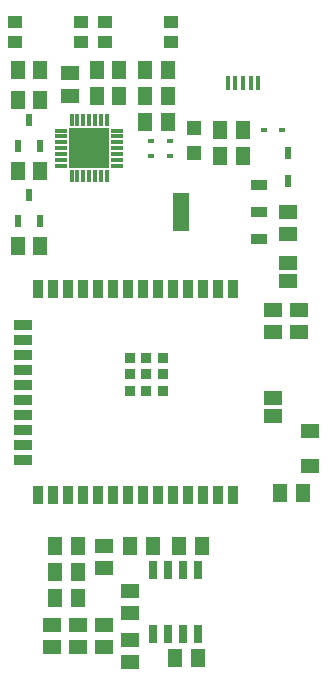
<source format=gtp>
G75*
%MOIN*%
%OFA0B0*%
%FSLAX25Y25*%
%IPPOS*%
%LPD*%
%AMOC8*
5,1,8,0,0,1.08239X$1,22.5*
%
%ADD10R,0.05906X0.05118*%
%ADD11R,0.05118X0.05906*%
%ADD12R,0.03937X0.01181*%
%ADD13R,0.01181X0.03937*%
%ADD14R,0.13189X0.13189*%
%ADD15R,0.02244X0.01654*%
%ADD16R,0.04724X0.04724*%
%ADD17R,0.05709X0.03740*%
%ADD18R,0.05709X0.12795*%
%ADD19R,0.04724X0.03937*%
%ADD20R,0.02362X0.04331*%
%ADD21R,0.01969X0.04232*%
%ADD22R,0.06300X0.04600*%
%ADD23R,0.01772X0.05118*%
%ADD24R,0.03543X0.05906*%
%ADD25R,0.05906X0.03543*%
%ADD26R,0.03543X0.03543*%
%ADD27R,0.02559X0.06016*%
%ADD28R,0.06299X0.04724*%
D10*
X0026250Y0012510D03*
X0026250Y0019990D03*
X0035000Y0019990D03*
X0035000Y0012510D03*
X0043750Y0012510D03*
X0043750Y0019990D03*
X0052500Y0023760D03*
X0052500Y0031240D03*
X0043750Y0038760D03*
X0043750Y0046240D03*
X0052500Y0014990D03*
X0052500Y0007510D03*
X0100000Y0117510D03*
X0100000Y0124990D03*
X0108750Y0124990D03*
X0108750Y0117510D03*
X0105000Y0150010D03*
X0105000Y0157490D03*
X0032500Y0196260D03*
X0032500Y0203740D03*
D11*
X0041260Y0205000D03*
X0041260Y0196250D03*
X0048740Y0196250D03*
X0048740Y0205000D03*
X0057510Y0205000D03*
X0064990Y0205000D03*
X0064990Y0196250D03*
X0057510Y0196250D03*
X0057510Y0187500D03*
X0064990Y0187500D03*
X0082510Y0185000D03*
X0089990Y0185000D03*
X0089990Y0176250D03*
X0082510Y0176250D03*
X0022490Y0171250D03*
X0015010Y0171250D03*
X0015010Y0195000D03*
X0015010Y0205000D03*
X0022490Y0205000D03*
X0022490Y0195000D03*
X0022490Y0146250D03*
X0015010Y0146250D03*
X0027510Y0046250D03*
X0027510Y0037500D03*
X0034990Y0037500D03*
X0034990Y0046250D03*
X0034990Y0028750D03*
X0027510Y0028750D03*
X0052510Y0046250D03*
X0059990Y0046250D03*
X0068760Y0046250D03*
X0076240Y0046250D03*
X0102510Y0063750D03*
X0109990Y0063750D03*
X0074990Y0008750D03*
X0067510Y0008750D03*
D12*
X0048002Y0172844D03*
X0048002Y0174813D03*
X0048002Y0176781D03*
X0048002Y0178750D03*
X0048002Y0180719D03*
X0048002Y0182687D03*
X0048002Y0184656D03*
X0029498Y0184656D03*
X0029498Y0182687D03*
X0029498Y0180719D03*
X0029498Y0178750D03*
X0029498Y0176781D03*
X0029498Y0174813D03*
X0029498Y0172844D03*
D13*
X0032844Y0169498D03*
X0034813Y0169498D03*
X0036781Y0169498D03*
X0038750Y0169498D03*
X0040719Y0169498D03*
X0042687Y0169498D03*
X0044656Y0169498D03*
X0044656Y0188002D03*
X0042687Y0188002D03*
X0040719Y0188002D03*
X0038750Y0188002D03*
X0036781Y0188002D03*
X0034813Y0188002D03*
X0032844Y0188002D03*
D14*
X0038750Y0178750D03*
D15*
X0059449Y0176250D03*
X0059449Y0181250D03*
X0065551Y0181250D03*
X0065551Y0176250D03*
X0096949Y0185000D03*
X0103051Y0185000D03*
D16*
X0073750Y0185384D03*
X0073750Y0177116D03*
D17*
X0095492Y0166516D03*
X0095492Y0157500D03*
X0095492Y0148484D03*
D18*
X0069508Y0157500D03*
D19*
X0066024Y0214154D03*
X0066024Y0220846D03*
X0043976Y0220846D03*
X0043976Y0214154D03*
X0036024Y0214154D03*
X0036024Y0220846D03*
X0013976Y0220846D03*
X0013976Y0214154D03*
D20*
X0018750Y0188081D03*
X0015010Y0179419D03*
X0022490Y0179419D03*
X0018750Y0163081D03*
X0015010Y0154419D03*
X0022490Y0154419D03*
D21*
X0105000Y0167925D03*
X0105000Y0177075D03*
D22*
X0105000Y0140500D03*
X0105000Y0134500D03*
X0100000Y0095500D03*
X0100000Y0089500D03*
D23*
X0095118Y0200583D03*
X0092559Y0200583D03*
X0090000Y0200583D03*
X0087441Y0200583D03*
X0084882Y0200583D03*
D24*
X0086594Y0131949D03*
X0081594Y0131949D03*
X0076594Y0131949D03*
X0071594Y0131949D03*
X0066594Y0131949D03*
X0061594Y0131949D03*
X0056594Y0131949D03*
X0051594Y0131949D03*
X0046594Y0131949D03*
X0041594Y0131949D03*
X0036594Y0131949D03*
X0031594Y0131949D03*
X0026594Y0131949D03*
X0021594Y0131949D03*
X0021594Y0063051D03*
X0026594Y0063051D03*
X0031594Y0063051D03*
X0036594Y0063051D03*
X0041594Y0063051D03*
X0046594Y0063051D03*
X0051594Y0063051D03*
X0056594Y0063051D03*
X0061594Y0063051D03*
X0066594Y0063051D03*
X0071594Y0063051D03*
X0076594Y0063051D03*
X0081594Y0063051D03*
X0086594Y0063051D03*
D25*
X0016673Y0075000D03*
X0016673Y0080000D03*
X0016673Y0085000D03*
X0016673Y0090000D03*
X0016673Y0095000D03*
X0016673Y0100000D03*
X0016673Y0105000D03*
X0016673Y0110000D03*
X0016673Y0115000D03*
X0016673Y0120000D03*
D26*
X0052185Y0108917D03*
X0052185Y0103406D03*
X0052185Y0097894D03*
X0057697Y0097894D03*
X0057697Y0103406D03*
X0057697Y0108917D03*
X0063209Y0108917D03*
X0063209Y0103406D03*
X0063209Y0097894D03*
D27*
X0065000Y0038173D03*
X0060000Y0038173D03*
X0070000Y0038173D03*
X0075000Y0038173D03*
X0075000Y0016827D03*
X0070000Y0016827D03*
X0065000Y0016827D03*
X0060000Y0016827D03*
D28*
X0112500Y0072844D03*
X0112500Y0084656D03*
M02*

</source>
